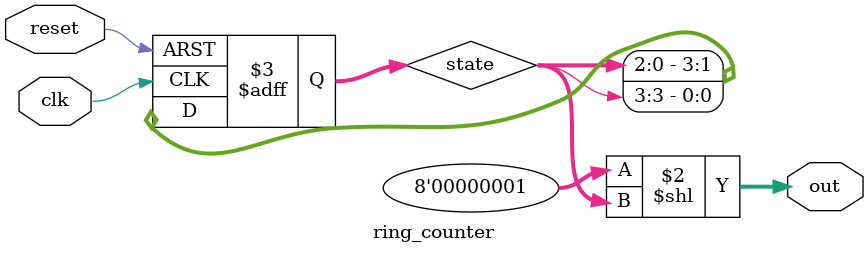
<source format=v>
module ring_counter (
    input wire clk,
    input wire reset,
    output reg [7:0] out
);

reg [3:0] state;

always @(posedge clk or posedge reset) begin
    if (reset)
        state <= 4'b0001;
    else
        state <= {state[2:0], state[3]};
end

assign out = 8'b1 << state;

endmodule
</source>
